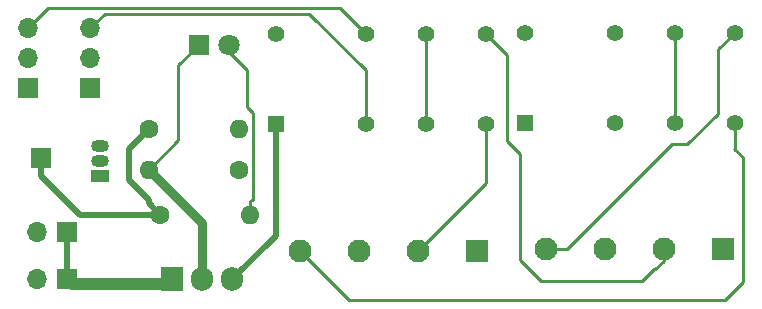
<source format=gbr>
%TF.GenerationSoftware,KiCad,Pcbnew,7.0.9*%
%TF.CreationDate,2024-06-09T17:27:21-04:00*%
%TF.ProjectId,PedalboardMain,50656461-6c62-46f6-9172-644d61696e2e,rev?*%
%TF.SameCoordinates,Original*%
%TF.FileFunction,Copper,L1,Top*%
%TF.FilePolarity,Positive*%
%FSLAX46Y46*%
G04 Gerber Fmt 4.6, Leading zero omitted, Abs format (unit mm)*
G04 Created by KiCad (PCBNEW 7.0.9) date 2024-06-09 17:27:21*
%MOMM*%
%LPD*%
G01*
G04 APERTURE LIST*
%TA.AperFunction,ComponentPad*%
%ADD10R,1.950000X1.950000*%
%TD*%
%TA.AperFunction,ComponentPad*%
%ADD11C,1.950000*%
%TD*%
%TA.AperFunction,ComponentPad*%
%ADD12C,1.400000*%
%TD*%
%TA.AperFunction,ComponentPad*%
%ADD13R,1.400000X1.400000*%
%TD*%
%TA.AperFunction,ComponentPad*%
%ADD14C,1.600000*%
%TD*%
%TA.AperFunction,ComponentPad*%
%ADD15O,1.600000X1.600000*%
%TD*%
%TA.AperFunction,ComponentPad*%
%ADD16R,1.500000X1.050000*%
%TD*%
%TA.AperFunction,ComponentPad*%
%ADD17O,1.500000X1.050000*%
%TD*%
%TA.AperFunction,ComponentPad*%
%ADD18R,1.800000X1.800000*%
%TD*%
%TA.AperFunction,ComponentPad*%
%ADD19C,1.800000*%
%TD*%
%TA.AperFunction,ComponentPad*%
%ADD20R,1.700000X1.700000*%
%TD*%
%TA.AperFunction,ComponentPad*%
%ADD21O,1.700000X1.700000*%
%TD*%
%TA.AperFunction,ComponentPad*%
%ADD22R,1.905000X2.000000*%
%TD*%
%TA.AperFunction,ComponentPad*%
%ADD23O,1.905000X2.000000*%
%TD*%
%TA.AperFunction,Conductor*%
%ADD24C,0.250000*%
%TD*%
%TA.AperFunction,Conductor*%
%ADD25C,0.500000*%
%TD*%
%TA.AperFunction,Conductor*%
%ADD26C,1.000000*%
%TD*%
%TA.AperFunction,Conductor*%
%ADD27C,0.750000*%
%TD*%
G04 APERTURE END LIST*
D10*
%TO.P,J5,1,Pin_1*%
%TO.N,/Signal_Gnd*%
X183800000Y-97700000D03*
D11*
%TO.P,J5,2,Pin_2*%
%TO.N,/R_send*%
X178800000Y-97700000D03*
%TO.P,J5,3,Pin_3*%
%TO.N,/Signal_Gnd*%
X173800000Y-97700000D03*
%TO.P,J5,4,Pin_4*%
%TO.N,/L_Send*%
X168800000Y-97700000D03*
%TD*%
D12*
%TO.P,Right1,16*%
%TO.N,Net-(QL1-D)*%
X145942500Y-79442500D03*
%TO.P,Right1,13*%
%TO.N,/R_in*%
X153562500Y-79442500D03*
%TO.P,Right1,11*%
%TO.N,Net-(Right1-Pad11)*%
X158642500Y-79442500D03*
%TO.P,Right1,9*%
%TO.N,/R_send*%
X163722500Y-79442500D03*
%TO.P,Right1,8*%
%TO.N,/R_Return*%
X163722500Y-87062500D03*
%TO.P,Right1,6*%
%TO.N,Net-(Right1-Pad11)*%
X158642500Y-87062500D03*
%TO.P,Right1,4*%
%TO.N,/R_out*%
X153562500Y-87062500D03*
D13*
%TO.P,Right1,1*%
%TO.N,/5V*%
X145942500Y-87062500D03*
%TD*%
D10*
%TO.P,J4,1,Pin_1*%
%TO.N,/Signal_Gnd*%
X163000000Y-97800000D03*
D11*
%TO.P,J4,2,Pin_2*%
%TO.N,/R_Return*%
X158000000Y-97800000D03*
%TO.P,J4,3,Pin_3*%
%TO.N,/Signal_Gnd*%
X153000000Y-97800000D03*
%TO.P,J4,4,Pin_4*%
%TO.N,/L_Return*%
X148000000Y-97800000D03*
%TD*%
D14*
%TO.P,LeftPD1,1*%
%TO.N,Net-(QL1-G)*%
X142810000Y-91000000D03*
D15*
%TO.P,LeftPD1,2*%
%TO.N,/Ctrl_GND*%
X135190000Y-91000000D03*
%TD*%
D16*
%TO.P,QL1,1,S*%
%TO.N,/Ctrl_GND*%
X131110000Y-91520000D03*
D17*
%TO.P,QL1,2,G*%
%TO.N,Net-(QL1-G)*%
X131110000Y-90250000D03*
%TO.P,QL1,3,D*%
%TO.N,Net-(QL1-D)*%
X131110000Y-88980000D03*
%TD*%
D18*
%TO.P,D1,1,K*%
%TO.N,/Ctrl_GND*%
X139425000Y-80400000D03*
D19*
%TO.P,D1,2,A*%
%TO.N,Net-(D1-A)*%
X141965000Y-80400000D03*
%TD*%
D20*
%TO.P,J3,1,Pin_1*%
%TO.N,/9V*%
X128275000Y-96200000D03*
D21*
%TO.P,J3,2,Pin_2*%
%TO.N,/Ctrl_GND*%
X125735000Y-96200000D03*
%TD*%
D14*
%TO.P,RLed1,1*%
%TO.N,/Control*%
X136190000Y-94750000D03*
D15*
%TO.P,RLed1,2*%
%TO.N,Net-(D1-A)*%
X143810000Y-94750000D03*
%TD*%
D13*
%TO.P,Left/Mono1,1*%
%TO.N,/5V*%
X167042500Y-86962500D03*
D12*
%TO.P,Left/Mono1,4*%
%TO.N,/L_out*%
X174662500Y-86962500D03*
%TO.P,Left/Mono1,6*%
%TO.N,Net-(Left/Mono1-Pad11)*%
X179742500Y-86962500D03*
%TO.P,Left/Mono1,8*%
%TO.N,/L_Return*%
X184822500Y-86962500D03*
%TO.P,Left/Mono1,9*%
%TO.N,/L_Send*%
X184822500Y-79342500D03*
%TO.P,Left/Mono1,11*%
%TO.N,Net-(Left/Mono1-Pad11)*%
X179742500Y-79342500D03*
%TO.P,Left/Mono1,13*%
%TO.N,/L_in*%
X174662500Y-79342500D03*
%TO.P,Left/Mono1,16*%
%TO.N,Net-(QL1-D)*%
X167042500Y-79342500D03*
%TD*%
D22*
%TO.P,U1,1,IN*%
%TO.N,/9V*%
X137160000Y-100245000D03*
D23*
%TO.P,U1,2,GND*%
%TO.N,/Ctrl_GND*%
X139700000Y-100245000D03*
%TO.P,U1,3,OUT*%
%TO.N,/5V*%
X142240000Y-100245000D03*
%TD*%
D20*
%TO.P,In1,1,Pin_1*%
%TO.N,/Signal_Gnd*%
X125000000Y-84080000D03*
D21*
%TO.P,In1,2,Pin_2*%
%TO.N,/L_in*%
X125000000Y-81540000D03*
%TO.P,In1,3,Pin_3*%
%TO.N,/R_in*%
X125000000Y-79000000D03*
%TD*%
D20*
%TO.P,J1,1,Pin_1*%
%TO.N,/Control*%
X126100000Y-90000000D03*
%TD*%
D14*
%TO.P,LGate1,1*%
%TO.N,/Control*%
X135190000Y-87500000D03*
D15*
%TO.P,LGate1,2*%
%TO.N,Net-(QL1-G)*%
X142810000Y-87500000D03*
%TD*%
D20*
%TO.P,J2,1,Pin_1*%
%TO.N,/9V*%
X128275000Y-100200000D03*
D21*
%TO.P,J2,2,Pin_2*%
%TO.N,/Ctrl_GND*%
X125735000Y-100200000D03*
%TD*%
D20*
%TO.P,Out1,1,Pin_1*%
%TO.N,/Signal_Gnd*%
X130250000Y-84080000D03*
D21*
%TO.P,Out1,2,Pin_2*%
%TO.N,/L_out*%
X130250000Y-81540000D03*
%TO.P,Out1,3,Pin_3*%
%TO.N,/R_out*%
X130250000Y-79000000D03*
%TD*%
D24*
%TO.N,/L_Send*%
X183400000Y-80765000D02*
X184822500Y-79342500D01*
X183400000Y-86200000D02*
X183400000Y-80765000D01*
X180800000Y-88800000D02*
X183400000Y-86200000D01*
X179500000Y-88800000D02*
X180800000Y-88800000D01*
X170600000Y-97700000D02*
X179500000Y-88800000D01*
X168800000Y-97700000D02*
X170600000Y-97700000D01*
%TO.N,/L_Return*%
X184822500Y-89177500D02*
X184822500Y-86962500D01*
X184800000Y-89200000D02*
X184822500Y-89177500D01*
X185500000Y-100500000D02*
X185500000Y-89900000D01*
X184000000Y-102000000D02*
X185500000Y-100500000D01*
X185500000Y-89900000D02*
X184800000Y-89200000D01*
X152200000Y-102000000D02*
X184000000Y-102000000D01*
X148000000Y-97800000D02*
X152200000Y-102000000D01*
%TO.N,/R_send*%
X178800000Y-98700000D02*
X178800000Y-97700000D01*
X178100000Y-99400000D02*
X178800000Y-98700000D01*
X177000000Y-100400000D02*
X178000000Y-99400000D01*
X178000000Y-99400000D02*
X178100000Y-99400000D01*
X168400000Y-100400000D02*
X177000000Y-100400000D01*
X166600000Y-98600000D02*
X168400000Y-100400000D01*
X166600000Y-89600000D02*
X166600000Y-98600000D01*
X165500000Y-88500000D02*
X166600000Y-89600000D01*
X165500000Y-81220000D02*
X165500000Y-88500000D01*
X163722500Y-79442500D02*
X165500000Y-81220000D01*
%TO.N,Net-(D1-A)*%
X143500000Y-82500000D02*
X141965000Y-80965000D01*
X143500000Y-85636396D02*
X143500000Y-82500000D01*
X141965000Y-80965000D02*
X141965000Y-80400000D01*
X144000000Y-86136396D02*
X143500000Y-85636396D01*
X144000000Y-93400000D02*
X144000000Y-86136396D01*
%TO.N,/Ctrl_GND*%
X137725000Y-88465000D02*
X137725000Y-82100000D01*
X137725000Y-82100000D02*
X139425000Y-80400000D01*
X135190000Y-91000000D02*
X137725000Y-88465000D01*
%TO.N,Net-(Left/Mono1-Pad11)*%
X179742500Y-79342500D02*
X179742500Y-86962500D01*
%TO.N,Net-(Right1-Pad11)*%
X158642500Y-79442500D02*
X158642500Y-87062500D01*
%TO.N,/R_Return*%
X163722500Y-92077500D02*
X163722500Y-87062500D01*
%TO.N,/R_out*%
X153562500Y-82512500D02*
X153562500Y-87062500D01*
X148800000Y-77750000D02*
X153562500Y-82512500D01*
X131500000Y-77750000D02*
X148800000Y-77750000D01*
X130250000Y-79000000D02*
X131500000Y-77750000D01*
D25*
%TO.N,/5V*%
X145942500Y-96542500D02*
X145942500Y-87062500D01*
D24*
%TO.N,/R_in*%
X151420000Y-77300000D02*
X150400000Y-77300000D01*
X153562500Y-79442500D02*
X151420000Y-77300000D01*
X126700000Y-77300000D02*
X150400000Y-77300000D01*
X125000000Y-79000000D02*
X126700000Y-77300000D01*
D25*
%TO.N,/Control*%
X129350000Y-94750000D02*
X136190000Y-94750000D01*
X126100000Y-91500000D02*
X129350000Y-94750000D01*
X126100000Y-90000000D02*
X126100000Y-91500000D01*
%TO.N,/9V*%
X128275000Y-100200000D02*
X128275000Y-96200000D01*
D26*
X128694279Y-100619279D02*
X128275000Y-100200000D01*
X136785721Y-100619279D02*
X128694279Y-100619279D01*
X137160000Y-100245000D02*
X136785721Y-100619279D01*
D27*
%TO.N,/Ctrl_GND*%
X139700000Y-95510000D02*
X135190000Y-91000000D01*
X139700000Y-100245000D02*
X139700000Y-95510000D01*
D25*
%TO.N,/5V*%
X142240000Y-100245000D02*
X145942500Y-96542500D01*
D24*
%TO.N,/R_Return*%
X158000000Y-97800000D02*
X163722500Y-92077500D01*
D25*
%TO.N,/Control*%
X135190000Y-93490000D02*
X133500000Y-91800000D01*
X133500000Y-89190000D02*
X133500000Y-91800000D01*
X135190000Y-93750000D02*
X136190000Y-94750000D01*
X135190000Y-87500000D02*
X133500000Y-89190000D01*
X135190000Y-93490000D02*
X135190000Y-93750000D01*
D24*
%TO.N,Net-(D1-A)*%
X144000000Y-93400000D02*
X143810000Y-93590000D01*
X144000000Y-93400000D02*
X144000000Y-93560000D01*
X143810000Y-93590000D02*
X143810000Y-94750000D01*
%TD*%
M02*

</source>
